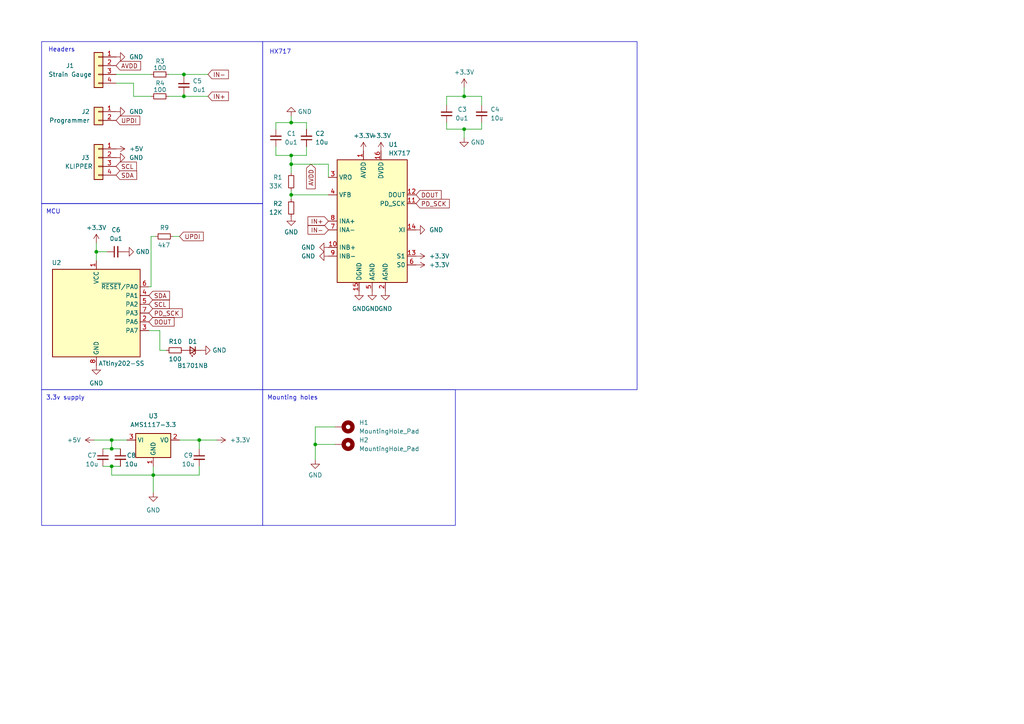
<source format=kicad_sch>
(kicad_sch (version 20230121) (generator eeschema)
  (paper "A4")
  (title_block (title "PR&J Load Cell driver") (date "2023-08-19") (rev "0.1") (company "Benjamin Rueter"))
  (lib_symbols
    (symbol "Connector_Generic:Conn_01x02" (pin_names (offset 1.016) hide)
      (property "Reference" "J" (at 0 2.54 0))
      (property "Value" "Conn_01x02" (at 0 -5.08 0))
      (symbol "Conn_01x02_1_1"
        (rectangle (start -1.27 -2.413) (end 0 -2.667) (stroke (width 0.1524)))
        (rectangle (start -1.27 0.127) (end 0 -0.127) (stroke (width 0.1524)))
        (rectangle (start -1.27 1.27) (end 1.27 -3.81) (stroke (width 0.254)) (fill (type background)))
        (pin passive line (at -5.08 0 0) (length 3.81) (name "Pin_1") (number "1"))
        (pin passive line (at -5.08 -2.54 0) (length 3.81) (name "Pin_2") (number "2"))
      )
    )
    (symbol "Connector_Generic:Conn_01x04" (pin_names (offset 1.016) hide)
      (property "Reference" "J" (at 0 5.08 0))
      (property "Value" "Conn_01x04" (at 0 -7.62 0))
      (symbol "Conn_01x04_1_1"
        (rectangle (start -1.27 -4.953) (end 0 -5.207) (stroke (width 0.1524)))
        (rectangle (start -1.27 -2.413) (end 0 -2.667) (stroke (width 0.1524)))
        (rectangle (start -1.27 0.127) (end 0 -0.127) (stroke (width 0.1524)))
        (rectangle (start -1.27 2.667) (end 0 2.413) (stroke (width 0.1524)))
        (rectangle (start -1.27 3.81) (end 1.27 -6.35) (stroke (width 0.254)) (fill (type background)))
        (pin passive line (at -5.08 2.54 0) (length 3.81) (name "Pin_1") (number "1"))
        (pin passive line (at -5.08 0 0) (length 3.81) (name "Pin_2") (number "2"))
        (pin passive line (at -5.08 -2.54 0) (length 3.81) (name "Pin_3") (number "3"))
        (pin passive line (at -5.08 -5.08 0) (length 3.81) (name "Pin_4") (number "4"))
      )
    )
    (symbol "Device:C_Small" (pin_numbers hide) (pin_names (offset 0.254) hide)
      (property "Reference" "C" (at 0.254 1.778 0))
      (property "Value" "C_Small" (at 0.254 -2.032 0))
      (symbol "C_Small_0_1"
        (polyline (pts (xy -1.524 -0.508) (xy 1.524 -0.508)) (stroke (width 0.3302)))
        (polyline (pts (xy -1.524 0.508) (xy 1.524 0.508)) (stroke (width 0.3048)))
      )
      (symbol "C_Small_1_1"
        (pin passive line (at 0 2.54 270) (length 2.032) (name "~") (number "1"))
        (pin passive line (at 0 -2.54 90) (length 2.032) (name "~") (number "2"))
      )
    )
    (symbol "Device:LED_Small" (pin_numbers hide) (pin_names (offset 0.254) hide)
      (property "Reference" "D" (at -1.27 3.175 0))
      (property "Value" "LED_Small" (at -4.445 -2.54 0))
      (symbol "LED_Small_0_1"
        (polyline (pts (xy -0.762 -1.016) (xy -0.762 1.016)) (stroke (width 0.254)))
        (polyline (pts (xy 1.016 0) (xy -0.762 0)))
        (polyline (pts (xy 0.762 -1.016) (xy -0.762 0) (xy 0.762 1.016) (xy 0.762 -1.016)) (stroke (width 0.254)))
        (polyline (pts (xy 0 0.762) (xy -0.508 1.27) (xy -0.254 1.27) (xy -0.508 1.27) (xy -0.508 1.016)))
        (polyline (pts (xy 0.508 1.27) (xy 0 1.778) (xy 0.254 1.778) (xy 0 1.778) (xy 0 1.524)))
      )
      (symbol "LED_Small_1_1"
        (pin passive line (at -2.54 0 0) (length 1.778) (name "K") (number "1"))
        (pin passive line (at 2.54 0 180) (length 1.778) (name "A") (number "2"))
      )
    )
    (symbol "Device:R_Small" (pin_numbers hide) (pin_names (offset 0.254) hide)
      (property "Reference" "R" (at 0.762 0.508 0))
      (property "Value" "R_Small" (at 0.762 -1.016 0))
      (symbol "R_Small_0_1"
        (rectangle (start -0.762 1.778) (end 0.762 -1.778) (stroke (width 0.2032)))
      )
      (symbol "R_Small_1_1"
        (pin passive line (at 0 2.54 270) (length 0.762) (name "~") (number "1"))
        (pin passive line (at 0 -2.54 90) (length 0.762) (name "~") (number "2"))
      )
    )
    (symbol "MCU_Microchip_ATtiny:ATtiny202-SS"
      (property "Reference" "U" (at -12.7 13.97 0))
      (property "Value" "ATtiny202-SS" (at 2.54 -13.97 0))
      (symbol "ATtiny202-SS_0_1"
        (rectangle (start -12.7 -12.7) (end 12.7 12.7) (stroke (width 0.254)) (fill (type background)))
      )
      (symbol "ATtiny202-SS_1_1"
        (pin power_in line (at 0 15.24 270) (length 2.54) (name "VCC") (number "1"))
        (pin bidirectional line (at 15.24 -2.54 180) (length 2.54) (name "PA6") (number "2"))
        (pin bidirectional line (at 15.24 -5.08 180) (length 2.54) (name "PA7") (number "3"))
        (pin bidirectional line (at 15.24 5.08 180) (length 2.54) (name "PA1") (number "4"))
        (pin bidirectional line (at 15.24 2.54 180) (length 2.54) (name "PA2") (number "5"))
        (pin bidirectional line (at 15.24 7.62 180) (length 2.54) (name "~{RESET}/PA0") (number "6"))
        (pin bidirectional line (at 15.24 0 180) (length 2.54) (name "PA3") (number "7"))
        (pin power_in line (at 0 -15.24 90) (length 2.54) (name "GND") (number "8"))
      )
    )
    (symbol "Mechanical:MountingHole_Pad" (pin_numbers hide) (pin_names (offset 1.016) hide)
      (property "Reference" "H" (at 0 6.35 0))
      (property "Value" "MountingHole_Pad" (at 0 4.445 0))
      (symbol "MountingHole_Pad_0_1"
        (circle (center 0 1.27) (radius 1.27) (stroke (width 1.27)))
      )
      (symbol "MountingHole_Pad_1_1"
        (pin input line (at 0 -2.54 90) (length 2.54) (name "1") (number "1"))
      )
    )
    (symbol "Regulator_Linear:AMS1117-3.3"
      (property "Reference" "U" (at -3.81 3.175 0))
      (property "Value" "AMS1117-3.3" (at 0 3.175 0))
      (symbol "AMS1117-3.3_0_1"
        (rectangle (start -5.08 -5.08) (end 5.08 1.905) (stroke (width 0.254)) (fill (type background)))
      )
      (symbol "AMS1117-3.3_1_1"
        (pin power_in line (at 0 -7.62 90) (length 2.54) (name "GND") (number "1"))
        (pin power_out line (at 7.62 0 180) (length 2.54) (name "VO") (number "2"))
        (pin power_in line (at -7.62 0 0) (length 2.54) (name "VI") (number "3"))
      )
    )
    (symbol "custom:HX717"
      (property "Reference" "U" (at 5.08 21.59 0))
      (property "Value" "HX717" (at 7.62 19.05 0))
      (symbol "HX717_0_1"
        (rectangle (start -10.16 17.78) (end 10.16 -17.78) (stroke (width 0.254)) (fill (type background)))
      )
      (symbol "HX717_1_1"
        (pin power_in line (at -2.54 20.32 270) (length 2.54) (name "AVDD") (number "1"))
        (pin input line (at -12.7 -7.62 0) (length 2.54) (name "INB+") (number "10"))
        (pin input line (at 12.7 5.08 180) (length 2.54) (name "PD_SCK") (number "11"))
        (pin output line (at 12.7 7.62 180) (length 2.54) (name "DOUT") (number "12"))
        (pin input line (at 12.7 -10.16 180) (length 2.54) (name "S1") (number "13"))
        (pin passive line (at 12.7 -2.54 180) (length 2.54) (name "XI") (number "14"))
        (pin power_in line (at -3.81 -20.32 90) (length 2.54) (name "DGND") (number "15"))
        (pin power_in line (at 2.54 20.32 270) (length 2.54) (name "DVDD") (number "16"))
        (pin power_in line (at 3.81 -20.32 90) (length 2.54) (name "AGND") (number "2"))
        (pin passive line (at -12.7 12.7 0) (length 2.54) (name "VRO") (number "3"))
        (pin input line (at -12.7 7.62 0) (length 2.54) (name "VFB") (number "4"))
        (pin power_in line (at 0 -20.32 90) (length 2.54) (name "AGND") (number "5"))
        (pin input line (at 12.7 -12.7 180) (length 2.54) (name "S0") (number "6"))
        (pin input line (at -12.7 -2.54 0) (length 2.54) (name "INA-") (number "7"))
        (pin input line (at -12.7 0 0) (length 2.54) (name "INA+") (number "8"))
        (pin input line (at -12.7 -10.16 0) (length 2.54) (name "INB-") (number "9"))
      )
    )
    (symbol "power:+3.3V" (power) (pin_names (offset 0))
      (property "Value" "+3.3V" (at 0 3.556 0))
      (symbol "+3.3V_0_1"
        (polyline (pts (xy -0.762 1.27) (xy 0 2.54)))
        (polyline (pts (xy 0 0) (xy 0 2.54)))
        (polyline (pts (xy 0 2.54) (xy 0.762 1.27)))
      )
      (symbol "+3.3V_1_1"
        (pin power_in line (at 0 0 90) (length 0) hide (name "+3.3V") (number "1"))
      )
    )
    (symbol "power:+5V" (power) (pin_names (offset 0))
      (property "Value" "+5V" (at 0 3.556 0))
      (symbol "+5V_0_1"
        (polyline (pts (xy -0.762 1.27) (xy 0 2.54)))
        (polyline (pts (xy 0 0) (xy 0 2.54)))
        (polyline (pts (xy 0 2.54) (xy 0.762 1.27)))
      )
      (symbol "+5V_1_1"
        (pin power_in line (at 0 0 90) (length 0) hide (name "+5V") (number "1"))
      )
    )
    (symbol "power:GND" (power) (pin_names (offset 0))
      (property "Value" "GND" (at 0 -3.81 0))
      (symbol "GND_0_1"
        (polyline (pts (xy 0 0) (xy 0 -1.27) (xy 1.27 -1.27) (xy 0 -2.54) (xy -1.27 -1.27) (xy 0 -1.27)))
      )
      (symbol "GND_1_1"
        (pin power_in line (at 0 0 270) (length 0) hide (name "GND") (number "1"))
      )
    )
  )
  (junction (at 84.455 45.085))
  (junction (at 32.385 127.635))
  (junction (at 57.785 127.635))
  (junction (at 44.45 137.795))
  (junction (at 84.455 56.515))
  (junction (at 53.34 21.59))
  (junction (at 91.44 128.905))
  (junction (at 27.94 73.025))
  (junction (at 84.455 47.625))
  (junction (at 84.455 35.56))
  (junction (at 32.385 130.175))
  (junction (at 134.62 37.465))
  (junction (at 53.34 27.94))
  (junction (at 134.62 27.94))
  (junction (at 32.385 135.255))
  (wire (pts (xy 134.62 27.94) (xy 139.7 27.94)))
  (wire (pts (xy 129.54 30.48) (xy 129.54 27.94)))
  (wire (pts (xy 57.785 137.795) (xy 57.785 135.255)))
  (wire (pts (xy 32.385 135.255) (xy 34.925 135.255)))
  (wire (pts (xy 48.895 27.94) (xy 53.34 27.94)))
  (wire (pts (xy 44.45 135.255) (xy 44.45 137.795)))
  (wire (pts (xy 129.54 27.94) (xy 134.62 27.94)))
  (wire (pts (xy 46.355 101.6) (xy 46.355 95.885)))
  (wire (pts (xy 57.785 127.635) (xy 57.785 130.175)))
  (wire (pts (xy 57.785 127.635) (xy 62.865 127.635)))
  (wire (pts (xy 88.9 35.56) (xy 88.9 37.465)))
  (wire (pts (xy 33.655 21.59) (xy 43.815 21.59)))
  (wire (pts (xy 52.07 127.635) (xy 57.785 127.635)))
  (wire (pts (xy 139.7 37.465) (xy 139.7 35.56)))
  (wire (pts (xy 32.385 137.795) (xy 32.385 135.255)))
  (wire (pts (xy 80.01 37.465) (xy 80.01 35.56)))
  (wire (pts (xy 53.34 27.305) (xy 53.34 27.94)))
  (wire (pts (xy 27.94 73.025) (xy 27.94 75.565)))
  (wire (pts (xy 134.62 25.4) (xy 134.62 27.94)))
  (wire (pts (xy 27.94 70.485) (xy 27.94 73.025)))
  (wire (pts (xy 27.94 73.025) (xy 31.115 73.025)))
  (wire (pts (xy 84.455 47.625) (xy 84.455 50.165)))
  (wire (pts (xy 32.385 130.175) (xy 34.925 130.175)))
  (wire (pts (xy 43.815 68.58) (xy 43.815 83.185)))
  (wire (pts (xy 53.34 21.59) (xy 53.34 22.225)))
  (wire (pts (xy 91.44 123.825) (xy 91.44 128.905)))
  (wire (pts (xy 91.44 123.825) (xy 97.155 123.825)))
  (wire (pts (xy 32.385 127.635) (xy 32.385 130.175)))
  (wire (pts (xy 44.45 137.795) (xy 32.385 137.795)))
  (wire (pts (xy 38.735 24.13) (xy 38.735 27.94)))
  (wire (pts (xy 84.455 45.085) (xy 84.455 47.625)))
  (wire (pts (xy 29.845 130.175) (xy 32.385 130.175)))
  (wire (pts (xy 53.34 27.94) (xy 60.325 27.94)))
  (wire (pts (xy 84.455 35.56) (xy 88.9 35.56)))
  (wire (pts (xy 33.655 24.13) (xy 38.735 24.13)))
  (wire (pts (xy 84.455 56.515) (xy 84.455 57.785)))
  (wire (pts (xy 43.815 83.185) (xy 43.18 83.185)))
  (wire (pts (xy 129.54 35.56) (xy 129.54 37.465)))
  (wire (pts (xy 44.45 137.795) (xy 44.45 142.875)))
  (wire (pts (xy 97.155 128.905) (xy 91.44 128.905)))
  (wire (pts (xy 48.895 21.59) (xy 53.34 21.59)))
  (wire (pts (xy 84.455 33.655) (xy 84.455 35.56)))
  (wire (pts (xy 29.845 135.255) (xy 32.385 135.255)))
  (wire (pts (xy 27.305 127.635) (xy 32.385 127.635)))
  (wire (pts (xy 84.455 55.245) (xy 84.455 56.515)))
  (wire (pts (xy 46.355 95.885) (xy 43.18 95.885)))
  (wire (pts (xy 38.735 27.94) (xy 43.815 27.94)))
  (wire (pts (xy 134.62 37.465) (xy 134.62 40.005)))
  (wire (pts (xy 80.01 45.085) (xy 84.455 45.085)))
  (wire (pts (xy 32.385 127.635) (xy 36.83 127.635)))
  (wire (pts (xy 95.25 47.625) (xy 84.455 47.625)))
  (wire (pts (xy 80.01 35.56) (xy 84.455 35.56)))
  (wire (pts (xy 84.455 45.085) (xy 88.9 45.085)))
  (wire (pts (xy 88.9 45.085) (xy 88.9 42.545)))
  (wire (pts (xy 134.62 37.465) (xy 139.7 37.465)))
  (wire (pts (xy 129.54 37.465) (xy 134.62 37.465)))
  (wire (pts (xy 80.01 42.545) (xy 80.01 45.085)))
  (wire (pts (xy 48.26 101.6) (xy 46.355 101.6)))
  (wire (pts (xy 53.34 21.59) (xy 60.325 21.59)))
  (wire (pts (xy 139.7 27.94) (xy 139.7 30.48)))
  (wire (pts (xy 91.44 128.905) (xy 91.44 133.35)))
  (wire (pts (xy 95.25 51.435) (xy 95.25 47.625)))
  (wire (pts (xy 44.45 137.795) (xy 57.785 137.795)))
  (wire (pts (xy 50.165 68.58) (xy 52.07 68.58)))
  (wire (pts (xy 95.25 56.515) (xy 84.455 56.515)))
  (wire (pts (xy 45.085 68.58) (xy 43.815 68.58)))
  (rectangle (start 12.065 12.065) (end 76.2 59.055))
  (rectangle (start 76.2 12.065) (end 184.785 113.03))
  (rectangle (start 76.2 113.03) (end 132.08 152.4))
  (rectangle (start 12.065 113.03) (end 76.2 152.4))
  (rectangle (start 12.065 59.055) (end 76.2 113.03))
  (text "Headers" (at 13.97 15.24 0) (effects (font (size 1.27 1.27)) (justify left bottom)))
  (text "HX717" (at 78.105 15.875 0) (effects (font (size 1.27 1.27)) (justify left bottom)))
  (text "Mounting holes" (at 77.47 116.205 0) (effects (font (size 1.27 1.27)) (justify left bottom)))
  (text "3.3v supply" (at 13.335 116.205 0) (effects (font (size 1.27 1.27)) (justify left bottom)))
  (text "MCU" (at 13.335 62.23 0) (effects (font (size 1.27 1.27)) (justify left bottom)))
  (global_label "SCL" (shape input) (at 33.655 48.26 0) (property "Intersheetrefs" "${INTERSHEET_REFS}" (effects hide)))
  (global_label "DOUT" (shape input) (at 120.65 56.515 0) (property "Intersheetrefs" "${INTERSHEET_REFS}" (effects hide)))
  (global_label "PD_SCK" (shape input) (at 120.65 59.055 0) (property "Intersheetrefs" "${INTERSHEET_REFS}" (effects hide)))
  (global_label "AVDD" (shape input) (at 33.655 19.05 0) (property "Intersheetrefs" "${INTERSHEET_REFS}" (effects hide)))
  (global_label "SCL" (shape input) (at 43.18 88.265 0) (property "Intersheetrefs" "${INTERSHEET_REFS}" (effects hide)))
  (global_label "SDA" (shape input) (at 43.18 85.725 0) (property "Intersheetrefs" "${INTERSHEET_REFS}" (effects hide)))
  (global_label "IN+" (shape input) (at 60.325 27.94 0) (property "Intersheetrefs" "${INTERSHEET_REFS}" (effects hide)))
  (global_label "AVDD" (shape input) (at 90.17 47.625 270) (property "Intersheetrefs" "${INTERSHEET_REFS}" (effects hide)))
  (global_label "UPDI" (shape input) (at 52.07 68.58 0) (property "Intersheetrefs" "${INTERSHEET_REFS}" (effects hide)))
  (global_label "SDA" (shape input) (at 33.655 50.8 0) (property "Intersheetrefs" "${INTERSHEET_REFS}" (effects hide)))
  (global_label "IN-" (shape input) (at 95.25 66.675 180) (property "Intersheetrefs" "${INTERSHEET_REFS}" (effects hide)))
  (global_label "IN+" (shape input) (at 95.25 64.135 180) (property "Intersheetrefs" "${INTERSHEET_REFS}" (effects hide)))
  (global_label "DOUT" (shape input) (at 43.18 93.345 0) (property "Intersheetrefs" "${INTERSHEET_REFS}" (effects hide)))
  (global_label "IN-" (shape input) (at 60.325 21.59 0) (property "Intersheetrefs" "${INTERSHEET_REFS}" (effects hide)))
  (global_label "UPDI" (shape input) (at 33.655 34.925 0) (property "Intersheetrefs" "${INTERSHEET_REFS}" (effects hide)))
  (global_label "PD_SCK" (shape input) (at 43.18 90.805 0) (property "Intersheetrefs" "${INTERSHEET_REFS}" (effects hide)))
  (symbol (lib_id "Device:C_Small") (at 53.34 24.765 180) (unit 1)
    (property "Reference" "C5" (at 55.88 23.4886 0) (effects (justify right)))
    (property "Value" "0u1" (at 55.88 26.0286 0) (effects (justify right)))
    (property "Footprint" "Capacitor_SMD:C_0805_2012Metric_Pad1.18x1.45mm_HandSolder" (effects hide))
  )
  (symbol (lib_id "power:+3.3V") (at 134.62 25.4 0) (unit 1)
    (property "Reference" "#PWR027" (effects hide))
    (property "Value" "+3.3V" (at 134.62 20.955 0))
  )
  (symbol (lib_id "Device:C_Small") (at 88.9 40.005 180) (unit 1)
    (property "Reference" "C2" (at 91.44 38.7286 0) (effects (justify right)))
    (property "Value" "10u" (at 91.44 41.2686 0) (effects (justify right)))
    (property "Footprint" "Capacitor_SMD:C_0805_2012Metric_Pad1.18x1.45mm_HandSolder" (effects hide))
  )
  (symbol (lib_id "custom:HX717") (at 107.95 64.135 0) (unit 1)
    (property "Reference" "U1" (at 112.6841 41.91 0) (effects (justify left)))
    (property "Value" "HX717" (at 112.6841 44.45 0) (effects (justify left)))
    (property "Footprint" "Package_SO:SOP-16_3.9x9.9mm_P1.27mm" (effects hide))
    (property "Datasheet" "https://cdn.sparkfun.com/datasheets/Sensors/ForceFlex/hx711_english.pdf" (effects hide))
  )
  (symbol (lib_id "Device:C_Small") (at 57.785 132.715 0) (mirror y) (unit 1)
    (property "Reference" "C9" (at 54.61 132.08 0))
    (property "Value" "10u" (at 54.61 134.62 0))
    (property "Footprint" "Capacitor_SMD:C_0805_2012Metric_Pad1.18x1.45mm_HandSolder" (effects hide))
  )
  (symbol (lib_id "power:GND") (at 111.76 84.455 0) (unit 1)
    (property "Reference" "#PWR03" (effects hide))
    (property "Value" "GND" (at 111.76 89.535 0))
  )
  (symbol (lib_id "power:+3.3V") (at 27.94 70.485 0) (unit 1)
    (property "Reference" "#PWR014" (effects hide))
    (property "Value" "+3.3V" (at 27.94 66.04 0))
  )
  (symbol (lib_id "Connector_Generic:Conn_01x02") (at 28.575 32.385 0) (mirror y) (unit 1)
    (property "Reference" "J2" (at 26.035 32.385 0) (effects (justify left)))
    (property "Value" "Programmer" (at 26.035 34.925 0) (effects (justify left)))
    (property "Footprint" "Connector_PinSocket_2.54mm:PinSocket_1x02_P2.54mm_Vertical" (effects hide))
  )
  (symbol (lib_id "Device:C_Small") (at 80.01 40.005 180) (unit 1)
    (property "Reference" "C1" (at 83.185 38.7286 0) (effects (justify right)))
    (property "Value" "0u1" (at 82.55 41.275 0) (effects (justify right)))
    (property "Footprint" "Capacitor_SMD:C_0805_2012Metric_Pad1.18x1.45mm_HandSolder" (effects hide))
  )
  (symbol (lib_id "MCU_Microchip_ATtiny:ATtiny202-SS") (at 27.94 90.805 0) (unit 1)
    (property "Reference" "U2" (at 17.78 76.2 0) (effects (justify right)))
    (property "Value" "ATtiny202-SS" (at 41.91 105.41 0) (effects (justify right)))
    (property "Footprint" "Package_SO:SOIC-8_3.9x4.9mm_P1.27mm" (effects hide))
    (property "Datasheet" "http://ww1.microchip.com/downloads/en/DeviceDoc/ATtiny202-402-AVR-MCU-with-Core-Independent-Peripherals_and-picoPower-40001969A.pdf" (effects hide))
  )
  (symbol (lib_id "power:+3.3V") (at 105.41 43.815 0) (unit 1)
    (property "Reference" "#PWR021" (effects hide))
    (property "Value" "+3.3V" (at 105.41 39.37 0))
  )
  (symbol (lib_id "Device:R_Small") (at 50.8 101.6 90) (unit 1)
    (property "Reference" "R10" (at 48.895 99.06 90) (effects (justify right)))
    (property "Value" "100" (at 48.895 104.14 90) (effects (justify right)))
    (property "Footprint" "Resistor_SMD:R_0805_2012Metric_Pad1.20x1.40mm_HandSolder" (effects hide))
  )
  (symbol (lib_id "Connector_Generic:Conn_01x04") (at 28.575 45.72 0) (mirror y) (unit 1)
    (property "Reference" "J3" (at 24.765 45.72 0))
    (property "Value" "KLIPPER" (at 22.86 48.26 0))
    (property "Footprint" "Connector_PinSocket_2.54mm:PinSocket_1x04_P2.54mm_Vertical" (effects hide))
  )
  (symbol (lib_id "Device:R_Small") (at 47.625 68.58 90) (unit 1)
    (property "Reference" "R9" (at 46.355 66.04 90) (effects (justify right)))
    (property "Value" "4k7" (at 45.72 71.12 90) (effects (justify right)))
    (property "Footprint" "Resistor_SMD:R_0805_2012Metric_Pad1.20x1.40mm_HandSolder" (effects hide))
  )
  (symbol (lib_id "Device:C_Small") (at 34.925 132.715 0) (unit 1)
    (property "Reference" "C8" (at 38.1 132.08 0))
    (property "Value" "10u" (at 38.1 134.62 0))
    (property "Footprint" "Capacitor_SMD:C_0805_2012Metric_Pad1.18x1.45mm_HandSolder" (effects hide))
  )
  (symbol (lib_id "Regulator_Linear:AMS1117-3.3") (at 44.45 127.635 0) (unit 1)
    (property "Reference" "U3" (at 44.45 120.65 0))
    (property "Value" "AMS1117-3.3" (at 44.45 123.19 0))
    (property "Footprint" "Package_TO_SOT_SMD:SOT-223-3_TabPin2" (effects hide))
    (property "Datasheet" "http://www.advanced-monolithic.com/pdf/ds1117.pdf" (effects hide))
  )
  (symbol (lib_id "power:+3.3V") (at 110.49 43.815 0) (unit 1)
    (property "Reference" "#PWR011" (effects hide))
    (property "Value" "+3.3V" (at 110.49 39.37 0))
  )
  (symbol (lib_id "power:GND") (at 107.95 84.455 0) (unit 1)
    (property "Reference" "#PWR02" (effects hide))
    (property "Value" "GND" (at 107.95 89.535 0))
  )
  (symbol (lib_id "power:GND") (at 91.44 133.35 0) (unit 1)
    (property "Reference" "#PWR01" (effects hide))
    (property "Value" "GND" (at 91.44 137.795 0))
  )
  (symbol (lib_id "power:GND") (at 33.655 16.51 90) (unit 1)
    (property "Reference" "#PWR08" (effects hide))
    (property "Value" "GND" (at 37.465 16.51 90) (effects (justify right)))
  )
  (symbol (lib_id "Device:C_Small") (at 129.54 33.02 180) (unit 1)
    (property "Reference" "C3" (at 132.715 31.7436 0) (effects (justify right)))
    (property "Value" "0u1" (at 132.08 34.29 0) (effects (justify right)))
    (property "Footprint" "Capacitor_SMD:C_0805_2012Metric_Pad1.18x1.45mm_HandSolder" (effects hide))
  )
  (symbol (lib_id "power:GND") (at 120.65 66.675 90) (unit 1)
    (property "Reference" "#PWR012" (effects hide))
    (property "Value" "GND" (at 124.46 66.675 90) (effects (justify right)))
  )
  (symbol (lib_id "power:GND") (at 95.25 74.295 270) (unit 1)
    (property "Reference" "#PWR06" (effects hide))
    (property "Value" "GND" (at 91.44 74.295 90) (effects (justify right)))
  )
  (symbol (lib_id "power:GND") (at 84.455 33.655 180) (unit 1)
    (property "Reference" "#PWR016" (effects hide))
    (property "Value" "GND" (at 86.36 32.385 0) (effects (justify right)))
  )
  (symbol (lib_id "Device:R_Small") (at 46.355 27.94 90) (unit 1)
    (property "Reference" "R4" (at 45.085 24.13 90) (effects (justify right)))
    (property "Value" "100" (at 44.45 26.035 90) (effects (justify right)))
    (property "Footprint" "Resistor_SMD:R_0805_2012Metric_Pad1.20x1.40mm_HandSolder" (effects hide))
  )
  (symbol (lib_id "Device:R_Small") (at 84.455 60.325 0) (unit 1)
    (property "Reference" "R2" (at 81.915 59.055 0) (effects (justify right)))
    (property "Value" "12K" (at 81.915 61.595 0) (effects (justify right)))
    (property "Footprint" "Resistor_SMD:R_0805_2012Metric_Pad1.20x1.40mm_HandSolder" (effects hide))
  )
  (symbol (lib_id "Device:C_Small") (at 29.845 132.715 0) (mirror y) (unit 1)
    (property "Reference" "C7" (at 26.67 132.08 0))
    (property "Value" "10u" (at 26.67 134.62 0))
    (property "Footprint" "Capacitor_SMD:C_0805_2012Metric_Pad1.18x1.45mm_HandSolder" (effects hide))
  )
  (symbol (lib_id "Device:R_Small") (at 46.355 21.59 90) (unit 1)
    (property "Reference" "R3" (at 45.085 17.78 90) (effects (justify right)))
    (property "Value" "100" (at 44.45 19.685 90) (effects (justify right)))
    (property "Footprint" "Resistor_SMD:R_0805_2012Metric_Pad1.20x1.40mm_HandSolder" (effects hide))
  )
  (symbol (lib_id "Device:LED_Small") (at 55.88 101.6 180) (unit 1)
    (property "Reference" "D1" (at 55.88 99.06 0))
    (property "Value" "B1701NB" (at 55.88 106.045 0))
    (property "Footprint" "LED_SMD:LED_0805_2012Metric_Pad1.15x1.40mm_HandSolder" (effects hide))
  )
  (symbol (lib_id "Device:C_Small") (at 139.7 33.02 180) (unit 1)
    (property "Reference" "C4" (at 142.24 31.7436 0) (effects (justify right)))
    (property "Value" "10u" (at 142.24 34.2836 0) (effects (justify right)))
    (property "Footprint" "Capacitor_SMD:C_0805_2012Metric_Pad1.18x1.45mm_HandSolder" (effects hide))
  )
  (symbol (lib_id "power:GND") (at 27.94 106.045 0) (unit 1)
    (property "Reference" "#PWR015" (effects hide))
    (property "Value" "GND" (at 27.94 111.125 0))
  )
  (symbol (lib_id "power:GND") (at 104.14 84.455 0) (unit 1)
    (property "Reference" "#PWR026" (effects hide))
    (property "Value" "GND" (at 104.14 89.535 0))
  )
  (symbol (lib_id "power:+5V") (at 27.305 127.635 90) (mirror x) (unit 1)
    (property "Reference" "#PWR028" (effects hide))
    (property "Value" "+5V" (at 23.495 127.635 90) (effects (justify left)))
  )
  (symbol (lib_id "power:GND") (at 95.25 71.755 270) (unit 1)
    (property "Reference" "#PWR07" (effects hide))
    (property "Value" "GND" (at 91.44 71.755 90) (effects (justify right)))
  )
  (symbol (lib_id "power:GND") (at 84.455 62.865 0) (unit 1)
    (property "Reference" "#PWR022" (effects hide))
    (property "Value" "GND" (at 84.455 67.31 0))
  )
  (symbol (lib_id "power:GND") (at 44.45 142.875 0) (unit 1)
    (property "Reference" "#PWR030" (effects hide))
    (property "Value" "GND" (at 44.45 147.955 0))
  )
  (symbol (lib_id "Connector_Generic:Conn_01x04") (at 28.575 19.05 0) (mirror y) (unit 1)
    (property "Reference" "J1" (at 20.32 19.05 0))
    (property "Value" "Strain Gauge" (at 20.32 21.59 0))
    (property "Footprint" "Connector_PinSocket_2.54mm:PinSocket_1x04_P2.54mm_Vertical" (effects hide))
  )
  (symbol (lib_id "power:+3.3V") (at 62.865 127.635 270) (mirror x) (unit 1)
    (property "Reference" "#PWR029" (effects hide))
    (property "Value" "+3.3V" (at 66.675 127.635 90) (effects (justify left)))
  )
  (symbol (lib_id "power:+5V") (at 33.655 43.18 270) (unit 1)
    (property "Reference" "#PWR020" (effects hide))
    (property "Value" "+5V" (at 37.465 43.18 90) (effects (justify left)))
  )
  (symbol (lib_id "power:GND") (at 33.655 32.385 90) (mirror x) (unit 1)
    (property "Reference" "#PWR010" (effects hide))
    (property "Value" "GND" (at 37.465 32.385 90) (effects (justify right)))
  )
  (symbol (lib_id "Device:R_Small") (at 84.455 52.705 0) (unit 1)
    (property "Reference" "R1" (at 81.915 51.435 0) (effects (justify right)))
    (property "Value" "33K" (at 81.915 53.975 0) (effects (justify right)))
    (property "Footprint" "Resistor_SMD:R_0805_2012Metric_Pad1.20x1.40mm_HandSolder" (effects hide))
  )
  (symbol (lib_id "Mechanical:MountingHole_Pad") (at 99.695 123.825 270) (unit 1)
    (property "Reference" "H1" (at 104.14 122.555 90) (effects (justify left)))
    (property "Value" "MountingHole_Pad" (at 104.14 125.095 90) (effects (justify left)))
    (property "Footprint" "MountingHole:MountingHole_3.2mm_M3_Pad_Via" (effects hide))
  )
  (symbol (lib_id "power:GND") (at 58.42 101.6 90) (unit 1)
    (property "Reference" "#PWR019" (effects hide))
    (property "Value" "GND" (at 61.595 101.6 90) (effects (justify right)))
  )
  (symbol (lib_id "power:GND") (at 134.62 40.005 0) (unit 1)
    (property "Reference" "#PWR025" (effects hide))
    (property "Value" "GND" (at 136.525 41.275 0) (effects (justify left)))
  )
  (symbol (lib_id "power:+3.3V") (at 120.65 74.295 270) (unit 1)
    (property "Reference" "#PWR04" (effects hide))
    (property "Value" "+3.3V" (at 124.46 74.295 90) (effects (justify left)))
  )
  (symbol (lib_id "Device:C_Small") (at 33.655 73.025 90) (mirror x) (unit 1)
    (property "Reference" "C6" (at 33.6614 66.675 90))
    (property "Value" "0u1" (at 33.6614 69.215 90))
    (property "Footprint" "Capacitor_SMD:C_0805_2012Metric_Pad1.18x1.45mm_HandSolder" (effects hide))
  )
  (symbol (lib_id "power:+3.3V") (at 120.65 76.835 270) (unit 1)
    (property "Reference" "#PWR05" (effects hide))
    (property "Value" "+3.3V" (at 124.46 76.835 90) (effects (justify left)))
  )
  (symbol (lib_id "Mechanical:MountingHole_Pad") (at 99.695 128.905 270) (unit 1)
    (property "Reference" "H2" (at 104.14 127.635 90) (effects (justify left)))
    (property "Value" "MountingHole_Pad" (at 104.14 130.175 90) (effects (justify left)))
    (property "Footprint" "MountingHole:MountingHole_3.2mm_M3_Pad_Via" (effects hide))
  )
  (symbol (lib_id "power:GND") (at 33.655 45.72 90) (unit 1)
    (property "Reference" "#PWR013" (effects hide))
    (property "Value" "GND" (at 37.465 45.72 90) (effects (justify right)))
  )
  (symbol (lib_id "power:GND") (at 36.195 73.025 90) (unit 1)
    (property "Reference" "#PWR09" (effects hide))
    (property "Value" "GND" (at 39.37 73.025 90) (effects (justify right)))
  )
)
</source>
